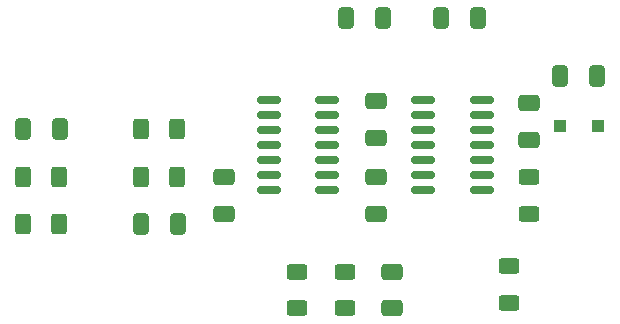
<source format=gbp>
G04 #@! TF.GenerationSoftware,KiCad,Pcbnew,8.0.0*
G04 #@! TF.CreationDate,2025-01-04T20:02:43+01:00*
G04 #@! TF.ProjectId,ina2137,696e6132-3133-4372-9e6b-696361645f70,rev?*
G04 #@! TF.SameCoordinates,Original*
G04 #@! TF.FileFunction,Paste,Bot*
G04 #@! TF.FilePolarity,Positive*
%FSLAX46Y46*%
G04 Gerber Fmt 4.6, Leading zero omitted, Abs format (unit mm)*
G04 Created by KiCad (PCBNEW 8.0.0) date 2025-01-04 20:02:43*
%MOMM*%
%LPD*%
G01*
G04 APERTURE LIST*
G04 Aperture macros list*
%AMRoundRect*
0 Rectangle with rounded corners*
0 $1 Rounding radius*
0 $2 $3 $4 $5 $6 $7 $8 $9 X,Y pos of 4 corners*
0 Add a 4 corners polygon primitive as box body*
4,1,4,$2,$3,$4,$5,$6,$7,$8,$9,$2,$3,0*
0 Add four circle primitives for the rounded corners*
1,1,$1+$1,$2,$3*
1,1,$1+$1,$4,$5*
1,1,$1+$1,$6,$7*
1,1,$1+$1,$8,$9*
0 Add four rect primitives between the rounded corners*
20,1,$1+$1,$2,$3,$4,$5,0*
20,1,$1+$1,$4,$5,$6,$7,0*
20,1,$1+$1,$6,$7,$8,$9,0*
20,1,$1+$1,$8,$9,$2,$3,0*%
G04 Aperture macros list end*
%ADD10RoundRect,0.250000X-0.400000X-0.625000X0.400000X-0.625000X0.400000X0.625000X-0.400000X0.625000X0*%
%ADD11RoundRect,0.250000X0.412500X0.650000X-0.412500X0.650000X-0.412500X-0.650000X0.412500X-0.650000X0*%
%ADD12RoundRect,0.150000X-0.835000X-0.150000X0.835000X-0.150000X0.835000X0.150000X-0.835000X0.150000X0*%
%ADD13RoundRect,0.250000X-0.625000X0.400000X-0.625000X-0.400000X0.625000X-0.400000X0.625000X0.400000X0*%
%ADD14RoundRect,0.250000X-0.650000X0.412500X-0.650000X-0.412500X0.650000X-0.412500X0.650000X0.412500X0*%
%ADD15RoundRect,0.250000X0.650000X-0.412500X0.650000X0.412500X-0.650000X0.412500X-0.650000X-0.412500X0*%
%ADD16RoundRect,0.250000X-0.412500X-0.650000X0.412500X-0.650000X0.412500X0.650000X-0.412500X0.650000X0*%
%ADD17RoundRect,0.250000X0.400000X0.625000X-0.400000X0.625000X-0.400000X-0.625000X0.400000X-0.625000X0*%
%ADD18R,1.080000X1.090000*%
G04 APERTURE END LIST*
D10*
X122750000Y-94000000D03*
X125850000Y-94000000D03*
D11*
X151262500Y-84600000D03*
X148137500Y-84600000D03*
D12*
X133600000Y-99110000D03*
X133600000Y-97840000D03*
X133600000Y-96570000D03*
X133600000Y-95300000D03*
X133600000Y-94030000D03*
X133600000Y-92760000D03*
X133600000Y-91490000D03*
X138550000Y-91490000D03*
X138550000Y-92760000D03*
X138550000Y-94030000D03*
X138550000Y-95300000D03*
X138550000Y-96570000D03*
X138550000Y-97840000D03*
X138550000Y-99110000D03*
X146650000Y-99110000D03*
X146650000Y-97840000D03*
X146650000Y-96570000D03*
X146650000Y-95300000D03*
X146650000Y-94030000D03*
X146650000Y-92760000D03*
X146650000Y-91490000D03*
X151600000Y-91490000D03*
X151600000Y-92760000D03*
X151600000Y-94030000D03*
X151600000Y-95300000D03*
X151600000Y-96570000D03*
X151600000Y-97840000D03*
X151600000Y-99110000D03*
D13*
X155610000Y-98050000D03*
X155610000Y-101150000D03*
D14*
X142700000Y-98037500D03*
X142700000Y-101162500D03*
D15*
X144000000Y-109162500D03*
X144000000Y-106037500D03*
D13*
X136000000Y-106050000D03*
X136000000Y-109150000D03*
D10*
X112750000Y-102000000D03*
X115850000Y-102000000D03*
D13*
X140000000Y-106050000D03*
X140000000Y-109150000D03*
D11*
X125862500Y-102000000D03*
X122737500Y-102000000D03*
D15*
X142700000Y-94700000D03*
X142700000Y-91575000D03*
D11*
X115862500Y-94000000D03*
X112737500Y-94000000D03*
D16*
X140137500Y-84600000D03*
X143262500Y-84600000D03*
D13*
X153900000Y-105600000D03*
X153900000Y-108700000D03*
D14*
X155610000Y-91775000D03*
X155610000Y-94900000D03*
D17*
X115850000Y-98000000D03*
X112750000Y-98000000D03*
D16*
X158277550Y-89490000D03*
X161402550Y-89490000D03*
D18*
X161415050Y-93672500D03*
X158265050Y-93672500D03*
D15*
X129800000Y-101162500D03*
X129800000Y-98037500D03*
D17*
X125850000Y-98000000D03*
X122750000Y-98000000D03*
M02*

</source>
